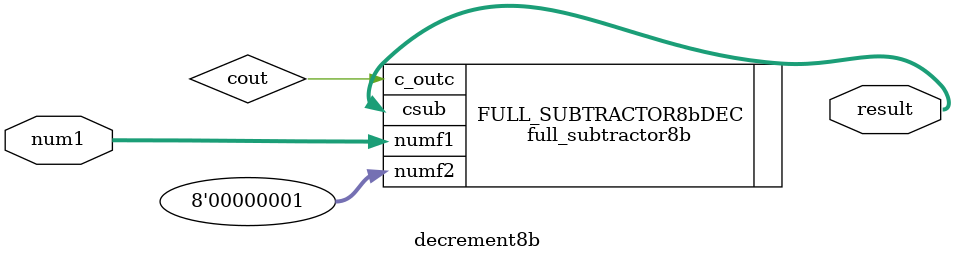
<source format=v>
`timescale 1ps/1ps
`include "subtractor.v"

module decrement8b(output wire[7:0] result, input wire[7:0] num1);
  wire cout;
  full_subtractor8b FULL_SUBTRACTOR8bDEC(.csub(result), .c_outc(cout), .numf1(num1), .numf2(8'b00000001));
endmodule
</source>
